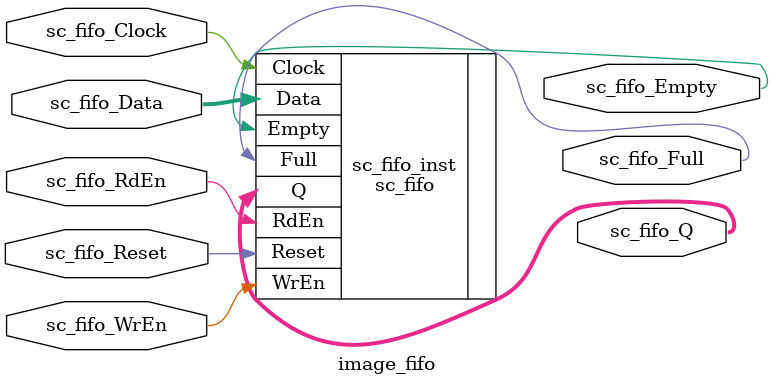
<source format=v>
/* synthesis translate_off*/
`define SBP_SIMULATION
/* synthesis translate_on*/
`ifndef SBP_SIMULATION
`define SBP_SYNTHESIS
`endif

//
// Verific Verilog Description of module image_fifo
//
module image_fifo (sc_fifo_Data, sc_fifo_Q, sc_fifo_Clock, sc_fifo_Empty, 
            sc_fifo_Full, sc_fifo_RdEn, sc_fifo_Reset, sc_fifo_WrEn) /* synthesis sbp_module=true */ ;
    input [9:0]sc_fifo_Data;
    output [9:0]sc_fifo_Q;
    input sc_fifo_Clock;
    output sc_fifo_Empty;
    output sc_fifo_Full;
    input sc_fifo_RdEn;
    input sc_fifo_Reset;
    input sc_fifo_WrEn;
    
    
    sc_fifo sc_fifo_inst (.Data({sc_fifo_Data}), .Q({sc_fifo_Q}), .Clock(sc_fifo_Clock), 
            .Empty(sc_fifo_Empty), .Full(sc_fifo_Full), .RdEn(sc_fifo_RdEn), 
            .Reset(sc_fifo_Reset), .WrEn(sc_fifo_WrEn));
    
endmodule


</source>
